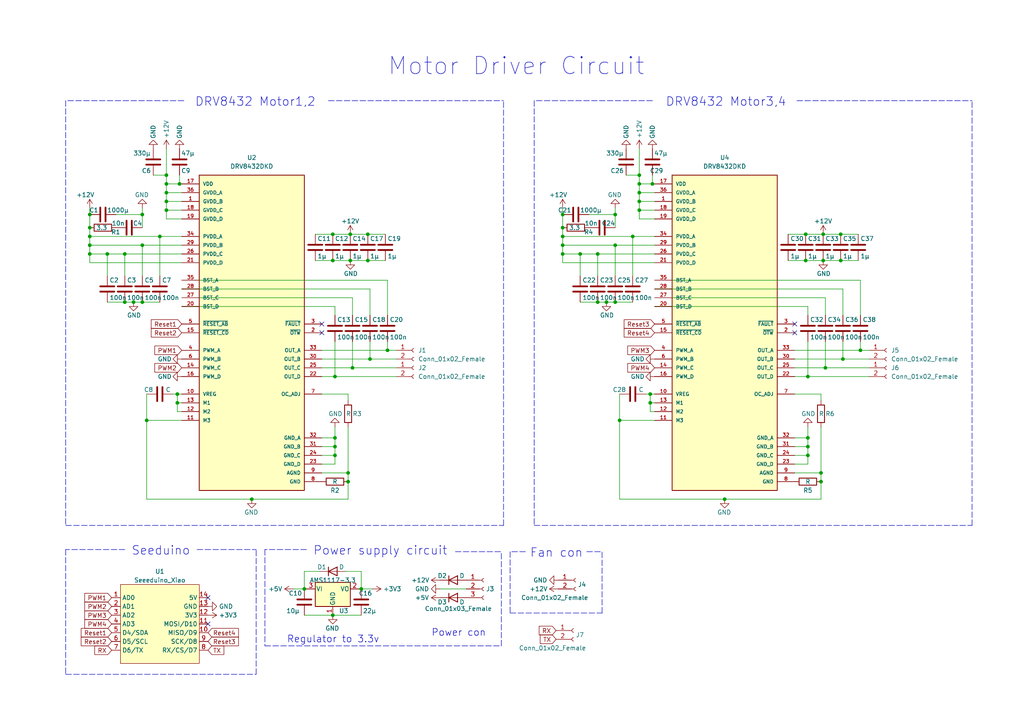
<source format=kicad_sch>
(kicad_sch (version 20211123) (generator eeschema)
  (paper "A4")
  (lib_symbols
    (symbol "Connector:Conn_01x02_Female" (pin_names (offset 1.016) hide)
      (property "Reference" "J" (at 0 2.54 0))
      (property "Value" "Conn_01x02_Female" (at 0 -5.08 0))
      (symbol "Conn_01x02_Female_1_1"
        (arc (start 0 -2.032) (mid -0.508 -2.54) (end 0 -3.048) (stroke (width 0.1524)))
        (polyline (pts (xy -1.27 -2.54) (xy -0.508 -2.54)) (stroke (width 0.1524)))
        (polyline (pts (xy -1.27 0) (xy -0.508 0)) (stroke (width 0.1524)))
        (arc (start 0 0.508) (mid -0.508 0) (end 0 -0.508) (stroke (width 0.1524)))
        (pin passive line (at -5.08 0 0) (length 3.81) (name "Pin_1") (number "1"))
        (pin passive line (at -5.08 -2.54 0) (length 3.81) (name "Pin_2") (number "2"))
      )
    )
    (symbol "Connector:Conn_01x03_Female" (pin_names (offset 1.016) hide)
      (property "Reference" "J" (at 0 5.08 0))
      (property "Value" "Conn_01x03_Female" (at 0 -5.08 0))
      (symbol "Conn_01x03_Female_1_1"
        (arc (start 0 -2.032) (mid -0.508 -2.54) (end 0 -3.048) (stroke (width 0.1524)))
        (polyline (pts (xy -1.27 -2.54) (xy -0.508 -2.54)) (stroke (width 0.1524)))
        (polyline (pts (xy -1.27 0) (xy -0.508 0)) (stroke (width 0.1524)))
        (polyline (pts (xy -1.27 2.54) (xy -0.508 2.54)) (stroke (width 0.1524)))
        (arc (start 0 0.508) (mid -0.508 0) (end 0 -0.508) (stroke (width 0.1524)))
        (arc (start 0 3.048) (mid -0.508 2.54) (end 0 2.032) (stroke (width 0.1524)))
        (pin passive line (at -5.08 2.54 0) (length 3.81) (name "Pin_1") (number "1"))
        (pin passive line (at -5.08 0 0) (length 3.81) (name "Pin_2") (number "2"))
        (pin passive line (at -5.08 -2.54 0) (length 3.81) (name "Pin_3") (number "3"))
      )
    )
    (symbol "DRV8432DKD:DRV8432DKD" (pin_names (offset 1.016))
      (property "Reference" "U" (at -15.24 46.99 0))
      (property "Value" "DRV8432DKD" (at -15.24 -48.26 0))
      (symbol "DRV8432DKD_0_0"
        (rectangle (start -15.24 -45.72) (end 15.24 45.72) (stroke (width 0.254)) (fill (type background)))
        (pin power_in line (at -20.32 38.1 0) (length 5.08) (name "GVDD_B") (number "1"))
        (pin power_in line (at -20.32 -17.78 0) (length 5.08) (name "VREG") (number "10"))
        (pin input line (at -20.32 -25.4 0) (length 5.08) (name "M3") (number "11"))
        (pin input line (at -20.32 -22.86 0) (length 5.08) (name "M2") (number "12"))
        (pin input line (at -20.32 -20.32 0) (length 5.08) (name "M1") (number "13"))
        (pin input line (at -20.32 -10.16 0) (length 5.08) (name "PWM_C") (number "14"))
        (pin input line (at -20.32 0 0) (length 5.08) (name "~{RESET_CD}") (number "15"))
        (pin input line (at -20.32 -12.7 0) (length 5.08) (name "PWM_D") (number "16"))
        (pin power_in line (at -20.32 43.18 0) (length 5.08) (name "VDD") (number "17"))
        (pin power_in line (at -20.32 35.56 0) (length 5.08) (name "GVDD_C") (number "18"))
        (pin power_in line (at -20.32 33.02 0) (length 5.08) (name "GVDD_D") (number "19"))
        (pin output line (at 20.32 0 180) (length 5.08) (name "~{OTW}") (number "2"))
        (pin power_in line (at -20.32 7.62 0) (length 5.08) (name "BST_D") (number "20"))
        (pin power_in line (at -20.32 20.32 0) (length 5.08) (name "PVDD_D") (number "21"))
        (pin output line (at 20.32 -12.7 180) (length 5.08) (name "OUT_D") (number "22"))
        (pin power_in line (at 20.32 -38.1 180) (length 5.08) (name "GND_D") (number "23"))
        (pin power_in line (at 20.32 -35.56 180) (length 5.08) (name "GND_C") (number "24"))
        (pin output line (at 20.32 -10.16 180) (length 5.08) (name "OUT_C") (number "25"))
        (pin power_in line (at -20.32 22.86 0) (length 5.08) (name "PVDD_C") (number "26"))
        (pin power_in line (at -20.32 10.16 0) (length 5.08) (name "BST_C") (number "27"))
        (pin power_in line (at -20.32 12.7 0) (length 5.08) (name "BST_B") (number "28"))
        (pin power_in line (at -20.32 25.4 0) (length 5.08) (name "PVDD_B") (number "29"))
        (pin output line (at 20.32 2.54 180) (length 5.08) (name "~{FAULT}") (number "3"))
        (pin output line (at 20.32 -7.62 180) (length 5.08) (name "OUT_B") (number "30"))
        (pin power_in line (at 20.32 -33.02 180) (length 5.08) (name "GND_B") (number "31"))
        (pin power_in line (at 20.32 -30.48 180) (length 5.08) (name "GND_A") (number "32"))
        (pin output line (at 20.32 -5.08 180) (length 5.08) (name "OUT_A") (number "33"))
        (pin power_in line (at -20.32 27.94 0) (length 5.08) (name "PVDD_A") (number "34"))
        (pin power_in line (at -20.32 15.24 0) (length 5.08) (name "BST_A") (number "35"))
        (pin power_in line (at -20.32 40.64 0) (length 5.08) (name "GVDD_A") (number "36"))
        (pin input line (at -20.32 -5.08 0) (length 5.08) (name "PWM_A") (number "4"))
        (pin input line (at -20.32 2.54 0) (length 5.08) (name "~{RESET_AB}") (number "5"))
        (pin input line (at -20.32 -7.62 0) (length 5.08) (name "PWM_B") (number "6"))
        (pin output line (at 20.32 -17.78 180) (length 5.08) (name "OC_ADJ") (number "7"))
        (pin power_in line (at 20.32 -43.18 180) (length 5.08) (name "GND") (number "8"))
        (pin power_in line (at 20.32 -40.64 180) (length 5.08) (name "AGND") (number "9"))
      )
    )
    (symbol "Device:C" (pin_numbers hide) (pin_names (offset 0.254))
      (property "Reference" "C" (at 0.635 2.54 0))
      (property "Value" "C" (at 0.635 -2.54 0))
      (symbol "C_0_1"
        (polyline (pts (xy -2.032 -0.762) (xy 2.032 -0.762)) (stroke (width 0.508)))
        (polyline (pts (xy -2.032 0.762) (xy 2.032 0.762)) (stroke (width 0.508)))
      )
      (symbol "C_1_1"
        (pin passive line (at 0 3.81 270) (length 2.794) (name "~") (number "1"))
        (pin passive line (at 0 -3.81 90) (length 2.794) (name "~") (number "2"))
      )
    )
    (symbol "Device:D" (pin_numbers hide) (pin_names (offset 1.016) hide)
      (property "Reference" "D" (at 0 2.54 0))
      (property "Value" "D" (at 0 -2.54 0))
      (symbol "D_0_1"
        (polyline (pts (xy -1.27 1.27) (xy -1.27 -1.27)) (stroke (width 0.254)))
        (polyline (pts (xy 1.27 0) (xy -1.27 0)))
        (polyline (pts (xy 1.27 1.27) (xy 1.27 -1.27) (xy -1.27 0) (xy 1.27 1.27)) (stroke (width 0.254)))
      )
      (symbol "D_1_1"
        (pin passive line (at -3.81 0 0) (length 2.54) (name "K") (number "1"))
        (pin passive line (at 3.81 0 180) (length 2.54) (name "A") (number "2"))
      )
    )
    (symbol "Device:R" (pin_numbers hide) (pin_names (offset 0))
      (property "Reference" "R" (at 2.032 0 90))
      (property "Value" "R" (at 0 0 90))
      (symbol "R_0_1"
        (rectangle (start -1.016 -2.54) (end 1.016 2.54) (stroke (width 0.254)))
      )
      (symbol "R_1_1"
        (pin passive line (at 0 3.81 270) (length 1.27) (name "~") (number "1"))
        (pin passive line (at 0 -3.81 90) (length 1.27) (name "~") (number "2"))
      )
    )
    (symbol "Regulator_Linear:AMS1117-3.3" (pin_names (offset 0.254))
      (property "Reference" "U" (at -3.81 3.175 0))
      (property "Value" "AMS1117-3.3" (at 0 3.175 0))
      (symbol "AMS1117-3.3_0_1"
        (rectangle (start -5.08 -5.08) (end 5.08 1.905) (stroke (width 0.254)) (fill (type background)))
      )
      (symbol "AMS1117-3.3_1_1"
        (pin power_in line (at 0 -7.62 90) (length 2.54) (name "GND") (number "1"))
        (pin power_out line (at 7.62 0 180) (length 2.54) (name "VO") (number "2"))
        (pin power_in line (at -7.62 0 0) (length 2.54) (name "VI") (number "3"))
      )
    )
    (symbol "power:+12V" (power) (pin_names (offset 0))
      (property "Value" "+12V" (at 0 3.556 0))
      (symbol "+12V_0_1"
        (polyline (pts (xy -0.762 1.27) (xy 0 2.54)))
        (polyline (pts (xy 0 0) (xy 0 2.54)))
        (polyline (pts (xy 0 2.54) (xy 0.762 1.27)))
      )
      (symbol "+12V_1_1"
        (pin power_in line (at 0 0 90) (length 0) hide (name "+12V") (number "1"))
      )
    )
    (symbol "power:+3.3V" (power) (pin_names (offset 0))
      (property "Value" "+3.3V" (at 0 3.556 0))
      (symbol "+3.3V_0_1"
        (polyline (pts (xy -0.762 1.27) (xy 0 2.54)))
        (polyline (pts (xy 0 0) (xy 0 2.54)))
        (polyline (pts (xy 0 2.54) (xy 0.762 1.27)))
      )
      (symbol "+3.3V_1_1"
        (pin power_in line (at 0 0 90) (length 0) hide (name "+3V3") (number "1"))
      )
    )
    (symbol "power:+5V" (power) (pin_names (offset 0))
      (property "Value" "+5V" (at 0 3.556 0))
      (symbol "+5V_0_1"
        (polyline (pts (xy -0.762 1.27) (xy 0 2.54)))
        (polyline (pts (xy 0 0) (xy 0 2.54)))
        (polyline (pts (xy 0 2.54) (xy 0.762 1.27)))
      )
      (symbol "+5V_1_1"
        (pin power_in line (at 0 0 90) (length 0) hide (name "+5V") (number "1"))
      )
    )
    (symbol "power:GND" (power) (pin_names (offset 0))
      (property "Value" "GND" (at 0 -3.81 0))
      (symbol "GND_0_1"
        (polyline (pts (xy 0 0) (xy 0 -1.27) (xy 1.27 -1.27) (xy 0 -2.54) (xy -1.27 -1.27) (xy 0 -1.27)))
      )
      (symbol "GND_1_1"
        (pin power_in line (at 0 0 270) (length 0) hide (name "GND") (number "1"))
      )
    )
    (symbol "seeeduino_xiao_RP2040:Seeeduino_Xiao"
      (property "Reference" "U" (at 0 13.97 0))
      (property "Value" "Seeeduino_Xiao" (at 0 11.43 0))
      (symbol "Seeeduino_Xiao_0_1"
        (rectangle (start -11.43 10.16) (end 11.43 -12.7) (fill (type background)))
      )
      (symbol "Seeeduino_Xiao_1_1"
        (pin bidirectional line (at -13.97 6.35 0) (length 2.54) (name "AD0") (number "1"))
        (pin bidirectional line (at 13.97 -3.81 180) (length 2.54) (name "MISO/D9") (number "10"))
        (pin bidirectional line (at 13.97 -1.27 180) (length 2.54) (name "MOSI/D10") (number "11"))
        (pin power_out line (at 13.97 1.27 180) (length 2.54) (name "3V3") (number "12"))
        (pin bidirectional line (at 13.97 3.81 180) (length 2.54) (name "GND") (number "13"))
        (pin power_in line (at 13.97 6.35 180) (length 2.54) (name "5V") (number "14"))
        (pin bidirectional line (at -13.97 3.81 0) (length 2.54) (name "AD1") (number "2"))
        (pin bidirectional line (at -13.97 1.27 0) (length 2.54) (name "AD2") (number "3"))
        (pin bidirectional line (at -13.97 -1.27 0) (length 2.54) (name "AD3") (number "4"))
        (pin bidirectional line (at -13.97 -3.81 0) (length 2.54) (name "D4/SDA") (number "5"))
        (pin bidirectional line (at -13.97 -6.35 0) (length 2.54) (name "D5/SCL") (number "6"))
        (pin bidirectional line (at -13.97 -8.89 0) (length 2.54) (name "D6/TX") (number "7"))
        (pin bidirectional line (at 13.97 -8.89 180) (length 2.54) (name "RX/CS/D7") (number "8"))
        (pin bidirectional line (at 13.97 -6.35 180) (length 2.54) (name "SCK/D8") (number "9"))
      )
    )
  )
  (junction (at 163.195 62.23))
  (junction (at 26.035 71.12))
  (junction (at 178.435 62.23))
  (junction (at 233.68 75.565))
  (junction (at 97.155 132.08))
  (junction (at 185.42 60.96))
  (junction (at 36.195 73.66))
  (junction (at 168.275 73.66))
  (junction (at 96.52 75.565))
  (junction (at 36.195 87.63))
  (junction (at 51.435 114.3))
  (junction (at 233.68 67.945))
  (junction (at 26.035 73.66))
  (junction (at 97.155 109.22))
  (junction (at 163.195 68.58))
  (junction (at 51.435 116.84))
  (junction (at 106.68 75.565))
  (junction (at 96.52 67.945))
  (junction (at 97.155 127))
  (junction (at 102.235 106.68))
  (junction (at 38.735 87.63))
  (junction (at 188.595 116.84))
  (junction (at 239.395 106.68))
  (junction (at 112.395 101.6))
  (junction (at 48.26 55.88))
  (junction (at 101.6 67.945))
  (junction (at 100.965 137.16))
  (junction (at 243.84 75.565))
  (junction (at 210.185 144.78))
  (junction (at 41.275 87.63))
  (junction (at 26.035 62.23))
  (junction (at 189.23 53.34))
  (junction (at 185.42 53.34))
  (junction (at 244.475 104.14))
  (junction (at 26.035 68.58))
  (junction (at 249.555 101.6))
  (junction (at 185.42 50.8))
  (junction (at 41.275 62.23))
  (junction (at 234.315 109.22))
  (junction (at 26.035 66.04))
  (junction (at 107.315 104.14))
  (junction (at 48.26 60.96))
  (junction (at 97.155 129.54))
  (junction (at 178.435 71.12))
  (junction (at 48.26 53.34))
  (junction (at 163.195 66.04))
  (junction (at 234.315 132.08))
  (junction (at 234.315 129.54))
  (junction (at 238.76 67.945))
  (junction (at 173.355 73.66))
  (junction (at 243.84 67.945))
  (junction (at 163.195 71.12))
  (junction (at 234.315 127))
  (junction (at 238.125 137.16))
  (junction (at 88.265 170.815))
  (junction (at 31.115 73.66))
  (junction (at 188.595 114.3))
  (junction (at 163.195 73.66))
  (junction (at 41.275 71.12))
  (junction (at 96.52 178.435))
  (junction (at 238.76 75.565))
  (junction (at 185.42 58.42))
  (junction (at 100.965 139.7))
  (junction (at 175.895 87.63))
  (junction (at 101.6 75.565))
  (junction (at 179.705 121.92))
  (junction (at 178.435 87.63))
  (junction (at 48.26 50.8))
  (junction (at 42.545 121.92))
  (junction (at 52.07 53.34))
  (junction (at 106.68 67.945))
  (junction (at 185.42 55.88))
  (junction (at 73.025 144.78))
  (junction (at 173.355 87.63))
  (junction (at 183.515 68.58))
  (junction (at 46.355 68.58))
  (junction (at 238.125 139.7))
  (junction (at 48.26 58.42))
  (junction (at 104.775 170.815))
  (no_connect (at 93.345 93.98))
  (no_connect (at 93.345 96.52))
  (no_connect (at 230.505 93.98))
  (no_connect (at 230.505 96.52))
  (no_connect (at 60.325 180.975))
  (no_connect (at 60.325 173.355))
  (wire (pts (xy 46.355 68.58) (xy 52.705 68.58)))
  (wire (pts (xy 244.475 99.06) (xy 244.475 104.14)))
  (wire (pts (xy 234.315 109.22) (xy 252.095 109.22)))
  (wire (pts (xy 51.435 114.3) (xy 52.705 114.3)))
  (wire (pts (xy 163.195 62.23) (xy 163.195 66.04)))
  (wire (pts (xy 26.035 60.325) (xy 26.035 62.23)))
  (wire (pts (xy 244.475 104.14) (xy 252.095 104.14)))
  (wire (pts (xy 239.395 106.68) (xy 252.095 106.68)))
  (wire (pts (xy 228.6 75.565) (xy 233.68 75.565)))
  (wire (pts (xy 234.315 129.54) (xy 234.315 132.08)))
  (wire (pts (xy 163.195 71.12) (xy 178.435 71.12)))
  (wire (pts (xy 233.68 67.945) (xy 238.76 67.945)))
  (polyline (pts (xy 76.835 159.385) (xy 76.835 187.325)))
  (wire (pts (xy 100.33 165.735) (xy 104.775 165.735)))
  (wire (pts (xy 104.14 170.815) (xy 104.775 170.815)))
  (wire (pts (xy 234.315 123.825) (xy 234.315 127)))
  (wire (pts (xy 42.545 121.92) (xy 42.545 144.78)))
  (wire (pts (xy 178.435 71.12) (xy 178.435 80.01)))
  (wire (pts (xy 85.09 170.815) (xy 88.265 170.815)))
  (polyline (pts (xy 88.9 159.385) (xy 76.835 159.385)))
  (wire (pts (xy 48.26 53.34) (xy 52.07 53.34)))
  (wire (pts (xy 41.275 87.63) (xy 46.355 87.63)))
  (wire (pts (xy 88.265 178.435) (xy 96.52 178.435)))
  (wire (pts (xy 112.395 99.06) (xy 112.395 101.6)))
  (wire (pts (xy 238.125 123.825) (xy 238.125 137.16)))
  (wire (pts (xy 88.265 165.735) (xy 88.265 170.815)))
  (wire (pts (xy 102.235 99.06) (xy 102.235 106.68)))
  (wire (pts (xy 88.265 170.815) (xy 88.9 170.815)))
  (wire (pts (xy 234.315 132.08) (xy 234.315 134.62)))
  (polyline (pts (xy 170.18 160.02) (xy 174.625 160.02)))
  (wire (pts (xy 91.44 75.565) (xy 96.52 75.565)))
  (wire (pts (xy 48.26 60.96) (xy 52.705 60.96)))
  (polyline (pts (xy 19.05 195.58) (xy 74.295 195.58)))
  (wire (pts (xy 238.125 114.3) (xy 238.125 116.205)))
  (wire (pts (xy 52.07 50.8) (xy 52.07 53.34)))
  (wire (pts (xy 168.275 73.66) (xy 168.275 80.01)))
  (wire (pts (xy 239.395 86.36) (xy 239.395 91.44)))
  (polyline (pts (xy 152.4 160.02) (xy 147.955 160.02)))
  (wire (pts (xy 26.035 71.12) (xy 26.035 73.66)))
  (wire (pts (xy 93.345 129.54) (xy 97.155 129.54)))
  (wire (pts (xy 230.505 114.3) (xy 238.125 114.3)))
  (wire (pts (xy 189.865 88.9) (xy 234.315 88.9)))
  (wire (pts (xy 48.26 50.8) (xy 48.26 53.34)))
  (wire (pts (xy 112.395 101.6) (xy 114.935 101.6)))
  (wire (pts (xy 100.965 139.7) (xy 100.965 144.78)))
  (wire (pts (xy 183.515 68.58) (xy 189.865 68.58)))
  (wire (pts (xy 31.115 73.66) (xy 36.195 73.66)))
  (wire (pts (xy 230.505 129.54) (xy 234.315 129.54)))
  (wire (pts (xy 48.26 53.34) (xy 48.26 55.88)))
  (wire (pts (xy 107.315 104.14) (xy 114.935 104.14)))
  (wire (pts (xy 234.315 127) (xy 234.315 129.54)))
  (polyline (pts (xy 281.94 152.4) (xy 281.94 29.21)))
  (wire (pts (xy 188.595 114.3) (xy 189.865 114.3)))
  (wire (pts (xy 230.505 104.14) (xy 244.475 104.14)))
  (wire (pts (xy 230.505 109.22) (xy 234.315 109.22)))
  (wire (pts (xy 163.195 73.66) (xy 163.195 76.2)))
  (wire (pts (xy 249.555 99.06) (xy 249.555 101.6)))
  (polyline (pts (xy 154.94 29.21) (xy 154.94 152.4)))
  (polyline (pts (xy 231.14 29.21) (xy 281.94 29.21)))
  (wire (pts (xy 42.545 144.78) (xy 73.025 144.78)))
  (wire (pts (xy 185.42 50.8) (xy 185.42 53.34)))
  (polyline (pts (xy 57.15 159.385) (xy 74.295 159.385)))
  (wire (pts (xy 163.195 60.325) (xy 163.195 62.23)))
  (wire (pts (xy 238.125 139.7) (xy 238.125 144.78)))
  (wire (pts (xy 91.44 67.945) (xy 96.52 67.945)))
  (wire (pts (xy 178.435 62.23) (xy 178.435 66.04)))
  (wire (pts (xy 238.76 67.945) (xy 243.84 67.945)))
  (wire (pts (xy 48.26 58.42) (xy 52.705 58.42)))
  (wire (pts (xy 50.165 114.3) (xy 51.435 114.3)))
  (wire (pts (xy 97.155 127) (xy 97.155 129.54)))
  (wire (pts (xy 189.865 119.38) (xy 188.595 119.38)))
  (wire (pts (xy 185.42 53.34) (xy 185.42 55.88)))
  (wire (pts (xy 185.42 55.88) (xy 189.865 55.88)))
  (wire (pts (xy 100.965 114.3) (xy 100.965 116.205)))
  (wire (pts (xy 107.315 99.06) (xy 107.315 104.14)))
  (wire (pts (xy 96.52 67.945) (xy 101.6 67.945)))
  (wire (pts (xy 183.515 68.58) (xy 183.515 80.01)))
  (wire (pts (xy 36.195 87.63) (xy 38.735 87.63)))
  (wire (pts (xy 26.035 71.12) (xy 41.275 71.12)))
  (wire (pts (xy 185.42 43.18) (xy 185.42 50.8)))
  (wire (pts (xy 163.195 73.66) (xy 168.275 73.66)))
  (polyline (pts (xy 74.295 195.58) (xy 74.295 159.385)))
  (wire (pts (xy 26.035 73.66) (xy 31.115 73.66)))
  (wire (pts (xy 93.345 132.08) (xy 97.155 132.08)))
  (wire (pts (xy 26.035 76.2) (xy 52.705 76.2)))
  (wire (pts (xy 228.6 67.945) (xy 233.68 67.945)))
  (wire (pts (xy 233.68 75.565) (xy 238.76 75.565)))
  (wire (pts (xy 185.42 58.42) (xy 185.42 60.96)))
  (wire (pts (xy 93.345 134.62) (xy 97.155 134.62)))
  (wire (pts (xy 73.025 144.78) (xy 100.965 144.78)))
  (wire (pts (xy 234.315 88.9) (xy 234.315 91.44)))
  (wire (pts (xy 51.435 116.84) (xy 51.435 114.3)))
  (wire (pts (xy 44.45 50.8) (xy 48.26 50.8)))
  (wire (pts (xy 52.705 81.28) (xy 112.395 81.28)))
  (wire (pts (xy 93.345 114.3) (xy 100.965 114.3)))
  (wire (pts (xy 238.125 137.16) (xy 238.125 139.7)))
  (wire (pts (xy 179.705 121.92) (xy 179.705 144.78)))
  (wire (pts (xy 187.325 114.3) (xy 188.595 114.3)))
  (wire (pts (xy 104.775 170.815) (xy 107.95 170.815)))
  (wire (pts (xy 168.275 73.66) (xy 173.355 73.66)))
  (wire (pts (xy 230.505 106.68) (xy 239.395 106.68)))
  (wire (pts (xy 104.775 165.735) (xy 104.775 170.815)))
  (wire (pts (xy 93.345 106.68) (xy 102.235 106.68)))
  (wire (pts (xy 97.155 109.22) (xy 114.935 109.22)))
  (wire (pts (xy 93.345 109.22) (xy 97.155 109.22)))
  (wire (pts (xy 189.23 50.8) (xy 189.23 53.34)))
  (wire (pts (xy 178.435 87.63) (xy 183.515 87.63)))
  (wire (pts (xy 96.52 75.565) (xy 101.6 75.565)))
  (wire (pts (xy 101.6 75.565) (xy 106.68 75.565)))
  (wire (pts (xy 48.26 60.96) (xy 48.26 63.5)))
  (wire (pts (xy 163.195 71.12) (xy 163.195 73.66)))
  (wire (pts (xy 189.23 53.34) (xy 189.865 53.34)))
  (polyline (pts (xy 19.05 159.385) (xy 19.05 195.58)))
  (wire (pts (xy 100.965 123.825) (xy 100.965 137.16)))
  (polyline (pts (xy 36.195 159.385) (xy 19.05 159.385)))
  (wire (pts (xy 52.705 88.9) (xy 97.155 88.9)))
  (polyline (pts (xy 154.94 152.4) (xy 281.94 152.4)))
  (wire (pts (xy 48.26 63.5) (xy 52.705 63.5)))
  (wire (pts (xy 97.155 123.825) (xy 97.155 127)))
  (wire (pts (xy 33.655 62.23) (xy 41.275 62.23)))
  (wire (pts (xy 100.965 137.16) (xy 93.345 137.16)))
  (wire (pts (xy 127.635 170.815) (xy 135.255 170.815)))
  (wire (pts (xy 106.68 75.565) (xy 111.76 75.565)))
  (wire (pts (xy 42.545 121.92) (xy 52.705 121.92)))
  (polyline (pts (xy 147.955 177.8) (xy 174.625 177.8)))
  (wire (pts (xy 170.815 62.23) (xy 178.435 62.23)))
  (wire (pts (xy 36.195 73.66) (xy 36.195 80.01)))
  (wire (pts (xy 96.52 178.435) (xy 104.775 178.435)))
  (wire (pts (xy 173.355 87.63) (xy 175.895 87.63)))
  (wire (pts (xy 234.315 99.06) (xy 234.315 109.22)))
  (wire (pts (xy 179.705 114.3) (xy 179.705 121.92)))
  (polyline (pts (xy 174.625 177.8) (xy 174.625 160.02)))
  (wire (pts (xy 238.125 137.16) (xy 230.505 137.16)))
  (wire (pts (xy 189.865 83.82) (xy 244.475 83.82)))
  (wire (pts (xy 112.395 81.28) (xy 112.395 91.44)))
  (wire (pts (xy 185.42 53.34) (xy 189.23 53.34)))
  (wire (pts (xy 185.42 55.88) (xy 185.42 58.42)))
  (wire (pts (xy 238.76 75.565) (xy 243.84 75.565)))
  (wire (pts (xy 163.195 68.58) (xy 163.195 71.12)))
  (wire (pts (xy 41.275 60.325) (xy 41.275 62.23)))
  (wire (pts (xy 249.555 81.28) (xy 249.555 91.44)))
  (wire (pts (xy 173.355 73.66) (xy 173.355 80.01)))
  (wire (pts (xy 244.475 83.82) (xy 244.475 91.44)))
  (wire (pts (xy 179.705 121.92) (xy 189.865 121.92)))
  (wire (pts (xy 100.965 137.16) (xy 100.965 139.7)))
  (polyline (pts (xy 145.415 187.325) (xy 145.415 160.02)))
  (wire (pts (xy 52.705 86.36) (xy 102.235 86.36)))
  (wire (pts (xy 175.895 87.63) (xy 178.435 87.63)))
  (wire (pts (xy 239.395 99.06) (xy 239.395 106.68)))
  (wire (pts (xy 181.61 50.8) (xy 185.42 50.8)))
  (wire (pts (xy 93.345 101.6) (xy 112.395 101.6)))
  (polyline (pts (xy 146.05 152.4) (xy 146.05 29.21)))
  (wire (pts (xy 41.275 71.12) (xy 52.705 71.12)))
  (polyline (pts (xy 19.05 152.4) (xy 146.05 152.4)))
  (wire (pts (xy 185.42 60.96) (xy 189.865 60.96)))
  (wire (pts (xy 188.595 116.84) (xy 188.595 114.3)))
  (wire (pts (xy 230.505 101.6) (xy 249.555 101.6)))
  (wire (pts (xy 106.68 67.945) (xy 111.76 67.945)))
  (wire (pts (xy 52.705 119.38) (xy 51.435 119.38)))
  (wire (pts (xy 31.115 73.66) (xy 31.115 80.01)))
  (wire (pts (xy 230.505 134.62) (xy 234.315 134.62)))
  (wire (pts (xy 93.345 104.14) (xy 107.315 104.14)))
  (wire (pts (xy 101.6 67.945) (xy 106.68 67.945)))
  (wire (pts (xy 97.155 99.06) (xy 97.155 109.22)))
  (wire (pts (xy 41.275 62.23) (xy 41.275 66.04)))
  (polyline (pts (xy 76.835 187.325) (xy 145.415 187.325)))
  (wire (pts (xy 42.545 114.3) (xy 42.545 121.92)))
  (polyline (pts (xy 19.05 29.21) (xy 19.05 152.4)))
  (wire (pts (xy 31.115 87.63) (xy 36.195 87.63)))
  (wire (pts (xy 26.035 66.04) (xy 26.035 68.58)))
  (wire (pts (xy 52.705 116.84) (xy 51.435 116.84)))
  (wire (pts (xy 97.155 129.54) (xy 97.155 132.08)))
  (wire (pts (xy 38.735 87.63) (xy 41.275 87.63)))
  (wire (pts (xy 48.26 55.88) (xy 52.705 55.88)))
  (wire (pts (xy 178.435 71.12) (xy 189.865 71.12)))
  (wire (pts (xy 48.26 43.18) (xy 48.26 50.8)))
  (wire (pts (xy 102.235 86.36) (xy 102.235 91.44)))
  (wire (pts (xy 26.035 68.58) (xy 26.035 71.12)))
  (wire (pts (xy 189.865 86.36) (xy 239.395 86.36)))
  (wire (pts (xy 97.155 132.08) (xy 97.155 134.62)))
  (polyline (pts (xy 147.955 160.02) (xy 147.955 177.8)))
  (wire (pts (xy 189.865 81.28) (xy 249.555 81.28)))
  (wire (pts (xy 185.42 60.96) (xy 185.42 63.5)))
  (wire (pts (xy 93.345 127) (xy 97.155 127)))
  (wire (pts (xy 168.275 87.63) (xy 173.355 87.63)))
  (wire (pts (xy 230.505 132.08) (xy 234.315 132.08)))
  (wire (pts (xy 52.07 53.34) (xy 52.705 53.34)))
  (wire (pts (xy 92.71 165.735) (xy 88.265 165.735)))
  (wire (pts (xy 52.705 83.82) (xy 107.315 83.82)))
  (wire (pts (xy 185.42 63.5) (xy 189.865 63.5)))
  (wire (pts (xy 249.555 101.6) (xy 252.095 101.6)))
  (polyline (pts (xy 53.34 29.21) (xy 19.05 29.21)))
  (wire (pts (xy 51.435 119.38) (xy 51.435 116.84)))
  (wire (pts (xy 26.035 73.66) (xy 26.035 76.2)))
  (wire (pts (xy 48.26 55.88) (xy 48.26 58.42)))
  (wire (pts (xy 243.84 67.945) (xy 248.92 67.945)))
  (wire (pts (xy 48.26 58.42) (xy 48.26 60.96)))
  (wire (pts (xy 163.195 66.04) (xy 163.195 68.58)))
  (wire (pts (xy 189.865 116.84) (xy 188.595 116.84)))
  (wire (pts (xy 178.435 60.325) (xy 178.435 62.23)))
  (polyline (pts (xy 189.23 29.21) (xy 154.94 29.21)))
  (wire (pts (xy 26.035 68.58) (xy 46.355 68.58)))
  (wire (pts (xy 102.235 106.68) (xy 114.935 106.68)))
  (polyline (pts (xy 95.25 29.21) (xy 146.05 29.21)))
  (wire (pts (xy 210.185 144.78) (xy 238.125 144.78)))
  (wire (pts (xy 41.275 71.12) (xy 41.275 80.01)))
  (wire (pts (xy 97.155 88.9) (xy 97.155 91.44)))
  (wire (pts (xy 188.595 119.38) (xy 188.595 116.84)))
  (wire (pts (xy 26.035 62.23) (xy 26.035 66.04)))
  (wire (pts (xy 179.705 144.78) (xy 210.185 144.78)))
  (wire (pts (xy 243.84 75.565) (xy 248.92 75.565)))
  (polyline (pts (xy 132.08 160.02) (xy 145.415 160.02)))
  (wire (pts (xy 36.195 73.66) (xy 52.705 73.66)))
  (wire (pts (xy 163.195 68.58) (xy 183.515 68.58)))
  (wire (pts (xy 230.505 127) (xy 234.315 127)))
  (wire (pts (xy 185.42 58.42) (xy 189.865 58.42)))
  (wire (pts (xy 173.355 73.66) (xy 189.865 73.66)))
  (wire (pts (xy 163.195 76.2) (xy 189.865 76.2)))
  (wire (pts (xy 107.315 83.82) (xy 107.315 91.44)))
  (wire (pts (xy 46.355 68.58) (xy 46.355 80.01)))
  (text "Seeduino" (at 38.1 161.29 0) (effects (font (size 2.5 2.5)) (justify left bottom)))
  (text "Fan con" (at 153.67 161.925 0) (effects (font (size 2.5 2.5)) (justify left bottom)))
  (text "Motor Driver Circuit" (at 112.395 22.225 0) (effects (font (size 5 5)) (justify left bottom)))
  (text "Power con" (at 125.095 184.785 0) (effects (font (size 2 2)) (justify left bottom)))
  (text "Power supply circuit" (at 90.805 161.29 0) (effects (font (size 2.5 2.5)) (justify left bottom)))
  (text "Regulator to 3.3v" (at 83.185 186.69 0) (effects (font (size 2 2)) (justify left bottom)))
  (text "DRV8432 Motor3,4" (at 193.04 31.115 0) (effects (font (size 2.5 2.5)) (justify left bottom)))
  (text "DRV8432 Motor1,2" (at 56.515 31.115 0) (effects (font (size 2.5 2.5)) (justify left bottom)))
  (global_label "Reset3" (shape input) (at 60.325 186.055 0) (property "Intersheet References" "${INTERSHEET_REFS}" (effects hide)))
  (global_label "PWM4" (shape input) (at 32.385 180.975 180) (property "Intersheet References" "${INTERSHEET_REFS}" (effects hide)))
  (global_label "PWM2" (shape input) (at 52.705 106.68 180) (property "Intersheet References" "${INTERSHEET_REFS}" (effects hide)))
  (global_label "PWM3" (shape input) (at 189.865 101.6 180) (property "Intersheet References" "${INTERSHEET_REFS}" (effects hide)))
  (global_label "TX" (shape input) (at 161.29 185.42 180) (property "Intersheet References" "${INTERSHEET_REFS}" (effects hide)))
  (global_label "Reset4" (shape input) (at 189.865 96.52 180) (property "Intersheet References" "${INTERSHEET_REFS}" (effects hide)))
  (global_label "PWM1" (shape input) (at 52.705 101.6 180) (property "Intersheet References" "${INTERSHEET_REFS}" (effects hide)))
  (global_label "Reset2" (shape input) (at 32.385 186.055 180) (property "Intersheet References" "${INTERSHEET_REFS}" (effects hide)))
  (global_label "TX" (shape input) (at 60.325 188.595 0) (property "Intersheet References" "${INTERSHEET_REFS}" (effects hide)))
  (global_label "Reset1" (shape input) (at 52.705 93.98 180) (property "Intersheet References" "${INTERSHEET_REFS}" (effects hide)))
  (global_label "PWM4" (shape input) (at 189.865 106.68 180) (property "Intersheet References" "${INTERSHEET_REFS}" (effects hide)))
  (global_label "PWM3" (shape input) (at 32.385 178.435 180) (property "Intersheet References" "${INTERSHEET_REFS}" (effects hide)))
  (global_label "Reset3" (shape input) (at 189.865 93.98 180) (property "Intersheet References" "${INTERSHEET_REFS}" (effects hide)))
  (global_label "PWM2" (shape input) (at 32.385 175.895 180) (property "Intersheet References" "${INTERSHEET_REFS}" (effects hide)))
  (global_label "RX" (shape input) (at 32.385 188.595 180) (property "Intersheet References" "${INTERSHEET_REFS}" (effects hide)))
  (global_label "Reset4" (shape input) (at 60.325 183.515 0) (property "Intersheet References" "${INTERSHEET_REFS}" (effects hide)))
  (global_label "RX" (shape input) (at 161.29 182.88 180) (property "Intersheet References" "${INTERSHEET_REFS}" (effects hide)))
  (global_label "PWM1" (shape input) (at 32.385 173.355 180) (property "Intersheet References" "${INTERSHEET_REFS}" (effects hide)))
  (global_label "Reset1" (shape input) (at 32.385 183.515 180) (property "Intersheet References" "${INTERSHEET_REFS}" (effects hide)))
  (global_label "Reset2" (shape input) (at 52.705 96.52 180) (property "Intersheet References" "${INTERSHEET_REFS}" (effects hide)))
  (symbol (lib_id "Connector:Conn_01x02_Female") (at 120.015 101.6 0) (unit 1)
    (property "Reference" "J1" (at 121.285 101.5999 0) (effects (justify left)))
    (property "Value" "Conn_01x02_Female" (at 121.285 104.1399 0) (effects (justify left)))
    (property "Footprint" "Connector_JST:JST_XH_B2B-XH-A_1x02_P2.50mm_Vertical" (effects hide))
  )
  (symbol (lib_id "power:GND") (at 189.865 104.14 270) (unit 1)
    (property "Reference" "#PWR029" (effects hide))
    (property "Value" "GND" (at 182.88 104.14 90) (effects (justify left)))
  )
  (symbol (lib_id "power:GND") (at 178.435 60.325 180) (unit 1)
    (property "Reference" "#PWR025" (effects hide))
    (property "Value" "GND" (at 180.34 56.515 0) (effects (justify left)))
  )
  (symbol (lib_id "power:GND") (at 73.025 144.78 0) (unit 1)
    (property "Reference" "#PWR011" (effects hide))
    (property "Value" "GND" (at 74.93 148.59 0) (effects (justify right)))
  )
  (symbol (lib_id "Device:C") (at 183.515 83.82 0) (unit 1)
    (property "Reference" "C27" (at 184.15 81.28 0) (effects (justify left)))
    (property "Value" "100n" (at 184.15 86.36 0) (effects (justify left)))
    (property "Footprint" "Capacitor_SMD:C_0402_1005Metric" (effects hide))
  )
  (symbol (lib_id "Device:C") (at 178.435 83.82 0) (unit 1)
    (property "Reference" "C25" (at 179.07 81.28 0) (effects (justify left)))
    (property "Value" "100n" (at 179.07 86.36 0) (effects (justify left)))
    (property "Footprint" "Capacitor_SMD:C_0402_1005Metric" (effects hide))
  )
  (symbol (lib_id "power:GND") (at 189.865 109.22 270) (unit 1)
    (property "Reference" "#PWR030" (effects hide))
    (property "Value" "GND" (at 182.88 109.22 90) (effects (justify left)))
  )
  (symbol (lib_id "power:GND") (at 60.325 175.895 90) (unit 1)
    (property "Reference" "#PWR09" (effects hide))
    (property "Value" "GND" (at 63.5 175.895 90) (effects (justify right)))
  )
  (symbol (lib_id "power:+5V") (at 127.635 173.355 90) (unit 1)
    (property "Reference" "#PWR020" (effects hide))
    (property "Value" "+5V" (at 124.46 173.3549 90) (effects (justify left)))
  )
  (symbol (lib_id "Device:R") (at 238.125 120.015 0) (unit 1)
    (property "Reference" "R6" (at 239.395 120.015 0) (effects (justify left)))
    (property "Value" "R" (at 237.49 120.015 0) (effects (justify left)))
    (property "Footprint" "Resistor_SMD:R_0402_1005Metric" (effects hide))
  )
  (symbol (lib_id "power:GND") (at 234.315 123.825 180) (unit 1)
    (property "Reference" "#PWR032" (effects hide))
    (property "Value" "GND" (at 232.41 120.015 0) (effects (justify right)))
  )
  (symbol (lib_id "Device:C") (at 244.475 95.25 0) (unit 1)
    (property "Reference" "C36" (at 245.11 92.71 0) (effects (justify left)))
    (property "Value" "100n" (at 245.11 97.79 0) (effects (justify left)))
    (property "Footprint" "Capacitor_SMD:C_0402_1005Metric" (effects hide))
  )
  (symbol (lib_id "Device:R") (at 100.965 120.015 0) (unit 1)
    (property "Reference" "R3" (at 102.235 120.015 0) (effects (justify left)))
    (property "Value" "R" (at 100.33 120.015 0) (effects (justify left)))
    (property "Footprint" "Resistor_SMD:R_0402_1005Metric" (effects hide))
  )
  (symbol (lib_id "Device:C") (at 46.355 114.3 90) (unit 1)
    (property "Reference" "C8" (at 44.45 113.03 90) (effects (justify left)))
    (property "Value" "C" (at 49.53 113.03 90) (effects (justify left)))
    (property "Footprint" "Capacitor_SMD:C_0402_1005Metric" (effects hide))
  )
  (symbol (lib_id "power:GND") (at 175.895 87.63 0) (unit 1)
    (property "Reference" "#PWR024" (effects hide))
    (property "Value" "GND" (at 173.99 91.44 0) (effects (justify left)))
  )
  (symbol (lib_id "seeeduino_xiao_RP2040:Seeeduino_Xiao") (at 46.355 179.705 0) (unit 1)
    (property "Reference" "U1" (at 46.355 165.735 0))
    (property "Value" "Seeeduino_Xiao" (at 46.355 168.275 0))
    (property "Footprint" "Lib:seeeduinoXIAO" (effects hide))
  )
  (symbol (lib_id "power:GND") (at 52.07 43.18 180) (unit 1)
    (property "Reference" "#PWR06" (effects hide))
    (property "Value" "GND" (at 52.07 36.195 90) (effects (justify left)))
  )
  (symbol (lib_id "Device:C") (at 101.6 71.755 0) (unit 1)
    (property "Reference" "C14" (at 102.235 69.215 0) (effects (justify left)))
    (property "Value" "1μ" (at 102.235 74.295 0) (effects (justify left)))
    (property "Footprint" "Capacitor_SMD:C_0402_1005Metric" (effects hide))
  )
  (symbol (lib_id "power:+12V") (at 127.635 168.275 90) (unit 1)
    (property "Reference" "#PWR018" (effects hide))
    (property "Value" "+12V" (at 121.92 168.275 90))
  )
  (symbol (lib_id "power:+12V") (at 48.26 43.18 0) (unit 1)
    (property "Reference" "#PWR05" (effects hide))
    (property "Value" "+12V" (at 48.26 37.465 90))
  )
  (symbol (lib_id "power:GND") (at 127.635 170.815 270) (unit 1)
    (property "Reference" "#PWR019" (effects hide))
    (property "Value" "GND" (at 124.46 170.8149 90) (effects (justify right)))
  )
  (symbol (lib_id "power:GND") (at 161.925 168.275 270) (unit 1)
    (property "Reference" "#PWR021" (effects hide))
    (property "Value" "GND" (at 158.75 168.2749 90) (effects (justify right)))
  )
  (symbol (lib_id "Device:C") (at 233.68 71.755 0) (unit 1)
    (property "Reference" "C31" (at 234.315 69.215 0) (effects (justify left)))
    (property "Value" "1μ" (at 234.315 74.295 0) (effects (justify left)))
    (property "Footprint" "Capacitor_SMD:C_0402_1005Metric" (effects hide))
  )
  (symbol (lib_id "Device:C") (at 168.275 83.82 0) (unit 1)
    (property "Reference" "C22" (at 168.91 81.28 0) (effects (justify left)))
    (property "Value" "100n" (at 168.91 86.36 0) (effects (justify left)))
    (property "Footprint" "Capacitor_SMD:C_0402_1005Metric" (effects hide))
  )
  (symbol (lib_id "Device:C") (at 173.355 83.82 0) (unit 1)
    (property "Reference" "C23" (at 173.99 81.28 0) (effects (justify left)))
    (property "Value" "100n" (at 173.99 86.36 0) (effects (justify left)))
    (property "Footprint" "Capacitor_SMD:C_0402_1005Metric" (effects hide))
  )
  (symbol (lib_id "power:GND") (at 238.76 75.565 0) (unit 1)
    (property "Reference" "#PWR034" (effects hide))
    (property "Value" "GND" (at 236.855 79.375 0) (effects (justify left)))
  )
  (symbol (lib_id "Device:C") (at 248.92 71.755 0) (unit 1)
    (property "Reference" "C37" (at 249.555 69.215 0) (effects (justify left)))
    (property "Value" "1μ" (at 249.555 74.295 0) (effects (justify left)))
    (property "Footprint" "Capacitor_SMD:C_0402_1005Metric" (effects hide))
  )
  (symbol (lib_id "Device:C") (at 36.195 83.82 0) (unit 1)
    (property "Reference" "C3" (at 36.83 81.28 0) (effects (justify left)))
    (property "Value" "100n" (at 36.83 86.36 0) (effects (justify left)))
    (property "Footprint" "Capacitor_SMD:C_0402_1005Metric" (effects hide))
  )
  (symbol (lib_id "Connector:Conn_01x02_Female") (at 257.175 101.6 0) (unit 1)
    (property "Reference" "J5" (at 258.445 101.5999 0) (effects (justify left)))
    (property "Value" "Conn_01x02_Female" (at 258.445 104.1399 0) (effects (justify left)))
    (property "Footprint" "Connector_JST:JST_XH_B2B-XH-A_1x02_P2.50mm_Vertical" (effects hide))
  )
  (symbol (lib_id "power:+12V") (at 101.6 67.945 0) (unit 1)
    (property "Reference" "#PWR015" (effects hide))
    (property "Value" "+12V" (at 101.6 64.135 0))
  )
  (symbol (lib_id "power:+12V") (at 26.035 60.325 0) (unit 1)
    (property "Reference" "#PWR01" (effects hide))
    (property "Value" "+12V" (at 24.765 56.515 0))
  )
  (symbol (lib_id "Device:C") (at 97.155 95.25 0) (unit 1)
    (property "Reference" "C13" (at 97.79 92.71 0) (effects (justify left)))
    (property "Value" "100n" (at 97.79 97.79 0) (effects (justify left)))
    (property "Footprint" "Capacitor_SMD:C_0402_1005Metric" (effects hide))
  )
  (symbol (lib_id "Device:R") (at 167.005 66.04 90) (unit 1)
    (property "Reference" "R4" (at 172.085 67.31 90) (effects (justify left)))
    (property "Value" "3.3" (at 168.275 66.04 90) (effects (justify left)))
    (property "Footprint" "Resistor_SMD:R_0402_1005Metric" (effects hide))
  )
  (symbol (lib_id "Device:R") (at 97.155 139.7 270) (unit 1)
    (property "Reference" "R2" (at 97.155 142.24 90))
    (property "Value" "R" (at 97.155 139.7 90))
    (property "Footprint" "Resistor_SMD:R_0402_1005Metric" (effects hide))
  )
  (symbol (lib_id "Device:C") (at 239.395 95.25 0) (unit 1)
    (property "Reference" "C34" (at 240.03 92.71 0) (effects (justify left)))
    (property "Value" "100n" (at 240.03 97.79 0) (effects (justify left)))
    (property "Footprint" "Capacitor_SMD:C_0402_1005Metric" (effects hide))
  )
  (symbol (lib_id "Device:C") (at 181.61 46.99 180) (unit 1)
    (property "Reference" "C26" (at 180.975 49.53 0) (effects (justify left)))
    (property "Value" "330μ" (at 180.975 44.45 0) (effects (justify left)))
    (property "Footprint" "Capacitor_SMD:C_Elec_10x10.2" (effects hide))
  )
  (symbol (lib_id "Device:C") (at 29.845 62.23 90) (unit 1)
    (property "Reference" "C1" (at 28.575 60.96 90) (effects (justify left)))
    (property "Value" "1000μ" (at 37.465 60.96 90) (effects (justify left)))
    (property "Footprint" "Capacitor_THT:C_Radial_D10.0mm_H20.0mm_P5.00mm" (effects hide))
  )
  (symbol (lib_id "Device:C") (at 228.6 71.755 0) (unit 1)
    (property "Reference" "C30" (at 229.235 69.215 0) (effects (justify left)))
    (property "Value" "1μ" (at 229.235 74.295 0) (effects (justify left)))
    (property "Footprint" "Capacitor_SMD:C_0402_1005Metric" (effects hide))
  )
  (symbol (lib_id "Device:C") (at 31.115 83.82 0) (unit 1)
    (property "Reference" "C2" (at 31.75 81.28 0) (effects (justify left)))
    (property "Value" "100n" (at 31.75 86.36 0) (effects (justify left)))
    (property "Footprint" "Capacitor_SMD:C_0402_1005Metric" (effects hide))
  )
  (symbol (lib_id "Device:R") (at 234.315 139.7 270) (unit 1)
    (property "Reference" "R5" (at 234.315 142.24 90))
    (property "Value" "R" (at 234.315 139.7 90))
    (property "Footprint" "Resistor_SMD:R_0402_1005Metric" (effects hide))
  )
  (symbol (lib_id "power:GND") (at 97.155 123.825 180) (unit 1)
    (property "Reference" "#PWR014" (effects hide))
    (property "Value" "GND" (at 95.25 120.015 0) (effects (justify right)))
  )
  (symbol (lib_id "Device:C") (at 112.395 95.25 0) (unit 1)
    (property "Reference" "C20" (at 113.03 92.71 0) (effects (justify left)))
    (property "Value" "100n" (at 113.03 97.79 0) (effects (justify left)))
    (property "Footprint" "Capacitor_SMD:C_0402_1005Metric" (effects hide))
  )
  (symbol (lib_id "Connector:Conn_01x02_Female") (at 120.015 106.68 0) (unit 1)
    (property "Reference" "J2" (at 121.285 106.6799 0) (effects (justify left)))
    (property "Value" "Conn_01x02_Female" (at 121.285 109.2199 0) (effects (justify left)))
    (property "Footprint" "Connector_JST:JST_XH_B2B-XH-A_1x02_P2.50mm_Vertical" (effects hide))
  )
  (symbol (lib_id "Device:D") (at 131.445 173.355 0) (unit 1)
    (property "Reference" "D3" (at 128.27 174.625 0))
    (property "Value" "D" (at 133.985 174.625 0))
    (property "Footprint" "Diode_THT:D_A-405_P7.62mm_Horizontal" (effects hide))
  )
  (symbol (lib_id "power:+12V") (at 185.42 43.18 0) (unit 1)
    (property "Reference" "#PWR027" (effects hide))
    (property "Value" "+12V" (at 185.42 37.465 90))
  )
  (symbol (lib_id "Device:C") (at 189.23 46.99 180) (unit 1)
    (property "Reference" "C29" (at 192.405 49.53 0) (effects (justify left)))
    (property "Value" "47μ" (at 193.675 44.45 0) (effects (justify left)))
    (property "Footprint" "Capacitor_SMD:CP_Elec_6.3x7.7" (effects hide))
  )
  (symbol (lib_id "power:+12V") (at 161.925 170.815 90) (unit 1)
    (property "Reference" "#PWR022" (effects hide))
    (property "Value" "+12V" (at 156.21 170.815 90))
  )
  (symbol (lib_id "power:GND") (at 189.23 43.18 180) (unit 1)
    (property "Reference" "#PWR028" (effects hide))
    (property "Value" "GND" (at 189.23 36.195 90) (effects (justify left)))
  )
  (symbol (lib_id "Connector:Conn_01x02_Female") (at 167.005 168.275 0) (unit 1)
    (property "Reference" "J4" (at 167.64 169.545 0) (effects (justify left)))
    (property "Value" "Conn_01x02_Female" (at 151.13 173.355 0) (effects (justify left)))
    (property "Footprint" "Connector_JST:JST_XH_B2B-XH-A_1x02_P2.50mm_Vertical" (effects hide))
  )
  (symbol (lib_id "Device:C") (at 238.76 71.755 0) (unit 1)
    (property "Reference" "C33" (at 239.395 69.215 0) (effects (justify left)))
    (property "Value" "1μ" (at 239.395 74.295 0) (effects (justify left)))
    (property "Footprint" "Capacitor_SMD:C_0402_1005Metric" (effects hide))
  )
  (symbol (lib_id "Device:C") (at 102.235 95.25 0) (unit 1)
    (property "Reference" "C15" (at 102.87 92.71 0) (effects (justify left)))
    (property "Value" "100n" (at 102.87 97.79 0) (effects (justify left)))
    (property "Footprint" "Capacitor_SMD:C_0402_1005Metric" (effects hide))
  )
  (symbol (lib_id "Device:C") (at 41.275 83.82 0) (unit 1)
    (property "Reference" "C5" (at 41.91 81.28 0) (effects (justify left)))
    (property "Value" "100n" (at 41.91 86.36 0) (effects (justify left)))
    (property "Footprint" "Capacitor_SMD:C_0402_1005Metric" (effects hide))
  )
  (symbol (lib_id "Device:C") (at 91.44 71.755 0) (unit 1)
    (property "Reference" "C11" (at 92.075 69.215 0) (effects (justify left)))
    (property "Value" "1μ" (at 92.075 74.295 0) (effects (justify left)))
    (property "Footprint" "Capacitor_SMD:C_0402_1005Metric" (effects hide))
  )
  (symbol (lib_id "Device:C") (at 183.515 114.3 90) (unit 1)
    (property "Reference" "C28" (at 181.61 113.03 90) (effects (justify left)))
    (property "Value" "C" (at 186.69 113.03 90) (effects (justify left)))
    (property "Footprint" "Capacitor_SMD:C_0402_1005Metric" (effects hide))
  )
  (symbol (lib_id "power:GND") (at 52.705 104.14 270) (unit 1)
    (property "Reference" "#PWR07" (effects hide))
    (property "Value" "GND" (at 45.72 104.14 90) (effects (justify left)))
  )
  (symbol (lib_id "power:GND") (at 210.185 144.78 0) (unit 1)
    (property "Reference" "#PWR031" (effects hide))
    (property "Value" "GND" (at 212.09 148.59 0) (effects (justify right)))
  )
  (symbol (lib_id "Regulator_Linear:AMS1117-3.3") (at 96.52 170.815 0) (unit 1)
    (property "Reference" "U3" (at 99.695 177.165 0))
    (property "Value" "AMS1117-3.3" (at 96.52 168.275 0))
    (property "Footprint" "Package_TO_SOT_SMD:SOT-223-3_TabPin2" (effects hide))
    (property "Datasheet" "http://www.advanced-monolithic.com/pdf/ds1117.pdf" (effects hide))
  )
  (symbol (lib_id "Connector:Conn_01x02_Female") (at 166.37 182.88 0) (unit 1)
    (property "Reference" "J7" (at 167.005 184.15 0) (effects (justify left)))
    (property "Value" "Conn_01x02_Female" (at 150.495 187.96 0) (effects (justify left)))
    (property "Footprint" "Connector_JST:JST_XH_B2B-XH-A_1x02_P2.50mm_Vertical" (effects hide))
  )
  (symbol (lib_id "Device:C") (at 174.625 66.04 90) (unit 1)
    (property "Reference" "C24" (at 178.435 64.77 90) (effects (justify left)))
    (property "Value" "10n" (at 173.355 64.77 90) (effects (justify left)))
    (property "Footprint" "Capacitor_SMD:C_0402_1005Metric" (effects hide))
  )
  (symbol (lib_id "Device:C") (at 44.45 46.99 180) (unit 1)
    (property "Reference" "C6" (at 43.815 49.53 0) (effects (justify left)))
    (property "Value" "330μ" (at 43.815 44.45 0) (effects (justify left)))
    (property "Footprint" "Capacitor_SMD:C_Elec_10x10.2" (effects hide))
  )
  (symbol (lib_id "Device:C") (at 104.775 174.625 180) (unit 1)
    (property "Reference" "C16" (at 107.95 172.085 0) (effects (justify left)))
    (property "Value" "22μ" (at 109.22 177.165 0) (effects (justify left)))
    (property "Footprint" "Capacitor_SMD:C_0402_1005Metric" (effects hide))
  )
  (symbol (lib_id "power:+12V") (at 238.76 67.945 0) (unit 1)
    (property "Reference" "#PWR033" (effects hide))
    (property "Value" "+12V" (at 238.76 64.135 0))
  )
  (symbol (lib_id "Device:D") (at 96.52 165.735 0) (unit 1)
    (property "Reference" "D1" (at 93.345 164.465 0))
    (property "Value" "D" (at 99.06 164.465 0))
    (property "Footprint" "Diode_THT:D_A-405_P7.62mm_Horizontal" (effects hide))
  )
  (symbol (lib_id "Device:C") (at 96.52 71.755 0) (unit 1)
    (property "Reference" "C12" (at 97.155 69.215 0) (effects (justify left)))
    (property "Value" "1μ" (at 97.155 74.295 0) (effects (justify left)))
    (property "Footprint" "Capacitor_SMD:C_0402_1005Metric" (effects hide))
  )
  (symbol (lib_id "Device:D") (at 131.445 168.275 0) (unit 1)
    (property "Reference" "D2" (at 128.27 167.005 0))
    (property "Value" "D" (at 133.985 167.005 0))
    (property "Footprint" "Diode_THT:D_A-405_P7.62mm_Horizontal" (effects hide))
  )
  (symbol (lib_id "Device:C") (at 37.465 66.04 90) (unit 1)
    (property "Reference" "C4" (at 41.275 64.77 90) (effects (justify left)))
    (property "Value" "10n" (at 36.195 64.77 90) (effects (justify left)))
    (property "Footprint" "Capacitor_SMD:C_0402_1005Metric" (effects hide))
  )
  (symbol (lib_id "Device:C") (at 88.265 174.625 180) (unit 1)
    (property "Reference" "C10" (at 87.63 172.085 0) (effects (justify left)))
    (property "Value" "10μ" (at 86.995 177.165 0) (effects (justify left)))
    (property "Footprint" "Capacitor_SMD:C_0402_1005Metric" (effects hide))
  )
  (symbol (lib_id "Connector:Conn_01x03_Female") (at 140.335 170.815 0) (unit 1)
    (property "Reference" "J3" (at 140.97 170.815 0) (effects (justify left)))
    (property "Value" "Conn_01x03_Female" (at 123.19 176.53 0) (effects (justify left)))
    (property "Footprint" "Connector_JST:JST_XH_B3B-XH-A_1x03_P2.50mm_Vertical" (effects hide))
  )
  (symbol (lib_id "Device:C") (at 107.315 95.25 0) (unit 1)
    (property "Reference" "C18" (at 107.95 92.71 0) (effects (justify left)))
    (property "Value" "100n" (at 107.95 97.79 0) (effects (justify left)))
    (property "Footprint" "Capacitor_SMD:C_0402_1005Metric" (effects hide))
  )
  (symbol (lib_id "Device:R") (at 29.845 66.04 90) (unit 1)
    (property "Reference" "R1" (at 34.925 67.31 90) (effects (justify left)))
    (property "Value" "3.3" (at 31.115 66.04 90) (effects (justify left)))
    (property "Footprint" "Resistor_SMD:R_0402_1005Metric" (effects hide))
  )
  (symbol (lib_id "power:+5V") (at 85.09 170.815 90) (unit 1)
    (property "Reference" "#PWR012" (effects hide))
    (property "Value" "+5V" (at 81.915 170.8149 90) (effects (justify left)))
  )
  (symbol (lib_id "power:GND") (at 181.61 43.18 180) (unit 1)
    (property "Reference" "#PWR026" (effects hide))
    (property "Value" "GND" (at 181.61 36.195 90) (effects (justify left)))
  )
  (symbol (lib_id "DRV8432DKD:DRV8432DKD") (at 73.025 96.52 0) (unit 1)
    (property "Reference" "U2" (at 73.025 45.72 0))
    (property "Value" "DRV8432DKD" (at 73.025 48.26 0))
    (property "Footprint" "DRV8432DKD:SOP65P1420X360-36N" (effects hide))
    (property "PARTREV" "G" (effects hide))
    (property "STANDARD" "IPC 7351B" (effects hide))
    (property "MAXIMUM_PACKAGE_HEIGHT" "3.60 mm" (effects hide))
    (property "MANUFACTURER" "Texas Instruments" (effects hide))
  )
  (symbol (lib_id "Device:C") (at 46.355 83.82 0) (unit 1)
    (property "Reference" "C7" (at 46.99 81.28 0) (effects (justify left)))
    (property "Value" "100n" (at 46.99 86.36 0) (effects (justify left)))
    (property "Footprint" "Capacitor_SMD:C_0402_1005Metric" (effects hide))
  )
  (symbol (lib_id "power:GND") (at 96.52 178.435 0) (unit 1)
    (property "Reference" "#PWR013" (effects hide))
    (property "Value" "GND" (at 98.425 182.245 0) (effects (justify right)))
  )
  (symbol (lib_id "Device:C") (at 52.07 46.99 180) (unit 1)
    (property "Reference" "C9" (at 55.245 49.53 0) (effects (justify left)))
    (property "Value" "47μ" (at 56.515 44.45 0) (effects (justify left)))
    (property "Footprint" "Capacitor_SMD:CP_Elec_6.3x7.7" (effects hide))
  )
  (symbol (lib_id "Device:C") (at 243.84 71.755 0) (unit 1)
    (property "Reference" "C35" (at 244.475 69.215 0) (effects (justify left)))
    (property "Value" "1μ" (at 244.475 74.295 0) (effects (justify left)))
    (property "Footprint" "Capacitor_SMD:C_0402_1005Metric" (effects hide))
  )
  (symbol (lib_id "power:GND") (at 38.735 87.63 0) (unit 1)
    (property "Reference" "#PWR02" (effects hide))
    (property "Value" "GND" (at 36.83 91.44 0) (effects (justify left)))
  )
  (symbol (lib_id "Device:C") (at 249.555 95.25 0) (unit 1)
    (property "Reference" "C38" (at 250.19 92.71 0) (effects (justify left)))
    (property "Value" "100n" (at 250.19 97.79 0) (effects (justify left)))
    (property "Footprint" "Capacitor_SMD:C_0402_1005Metric" (effects hide))
  )
  (symbol (lib_id "power:+12V") (at 163.195 60.325 0) (unit 1)
    (property "Reference" "#PWR023" (effects hide))
    (property "Value" "+12V" (at 161.925 56.515 0))
  )
  (symbol (lib_id "DRV8432DKD:DRV8432DKD") (at 210.185 96.52 0) (unit 1)
    (property "Reference" "U4" (at 210.185 45.72 0))
    (property "Value" "DRV8432DKD" (at 210.185 48.26 0))
    (property "Footprint" "DRV8432DKD:SOP65P1420X360-36N" (effects hide))
    (property "PARTREV" "G" (effects hide))
    (property "STANDARD" "IPC 7351B" (effects hide))
    (property "MAXIMUM_PACKAGE_HEIGHT" "3.60 mm" (effects hide))
    (property "MANUFACTURER" "Texas Instruments" (effects hide))
  )
  (symbol (lib_id "power:+3.3V") (at 107.95 170.815 270) (unit 1)
    (property "Reference" "#PWR017" (effects hide))
    (property "Value" "+3.3V" (at 111.125 170.8149 90) (effects (justify left)))
  )
  (symbol (lib_id "power:GND") (at 101.6 75.565 0) (unit 1)
    (property "Reference" "#PWR016" (effects hide))
    (property "Value" "GND" (at 99.695 79.375 0) (effects (justify left)))
  )
  (symbol (lib_id "power:+3.3V") (at 60.325 178.435 270) (unit 1)
    (property "Reference" "#PWR010" (effects hide))
    (property "Value" "+3.3V" (at 63.5 178.4349 90) (effects (justify left)))
  )
  (symbol (lib_id "power:GND") (at 52.705 109.22 270) (unit 1)
    (property "Reference" "#PWR08" (effects hide))
    (property "Value" "GND" (at 45.72 109.22 90) (effects (justify left)))
  )
  (symbol (lib_id "power:GND") (at 44.45 43.18 180) (unit 1)
    (property "Reference" "#PWR04" (effects hide))
    (property "Value" "GND" (at 44.45 36.195 90) (effects (justify left)))
  )
  (symbol (lib_id "Device:C") (at 234.315 95.25 0) (unit 1)
    (property "Reference" "C32" (at 234.95 92.71 0) (effects (justify left)))
    (property "Value" "100n" (at 234.95 97.79 0) (effects (justify left)))
    (property "Footprint" "Capacitor_SMD:C_0402_1005Metric" (effects hide))
  )
  (symbol (lib_id "Device:C") (at 111.76 71.755 0) (unit 1)
    (property "Reference" "C19" (at 112.395 69.215 0) (effects (justify left)))
    (property "Value" "1μ" (at 112.395 74.295 0) (effects (justify left)))
    (property "Footprint" "Capacitor_SMD:C_0402_1005Metric" (effects hide))
  )
  (symbol (lib_id "Connector:Conn_01x02_Female") (at 257.175 106.68 0) (unit 1)
    (property "Reference" "J6" (at 258.445 106.6799 0) (effects (justify left)))
    (property "Value" "Conn_01x02_Female" (at 258.445 109.2199 0) (effects (justify left)))
    (property "Footprint" "Connector_JST:JST_XH_B2B-XH-A_1x02_P2.50mm_Vertical" (effects hide))
  )
  (symbol (lib_id "Device:C") (at 167.005 62.23 90) (unit 1)
    (property "Reference" "C21" (at 165.735 60.96 90) (effects (justify left)))
    (property "Value" "1000μ" (at 174.625 60.96 90) (effects (justify left)))
    (property "Footprint" "Capacitor_THT:C_Radial_D10.0mm_H20.0mm_P5.00mm" (effects hide))
  )
  (symbol (lib_id "Device:C") (at 106.68 71.755 0) (unit 1)
    (property "Reference" "C17" (at 107.315 69.215 0) (effects (justify left)))
    (property "Value" "1μ" (at 107.315 74.295 0) (effects (justify left)))
    (property "Footprint" "Capacitor_SMD:C_0402_1005Metric" (effects hide))
  )
  (symbol (lib_id "power:GND") (at 41.275 60.325 180) (unit 1)
    (property "Reference" "#PWR03" (effects hide))
    (property "Value" "GND" (at 43.18 56.515 0) (effects (justify left)))
  )
)
</source>
